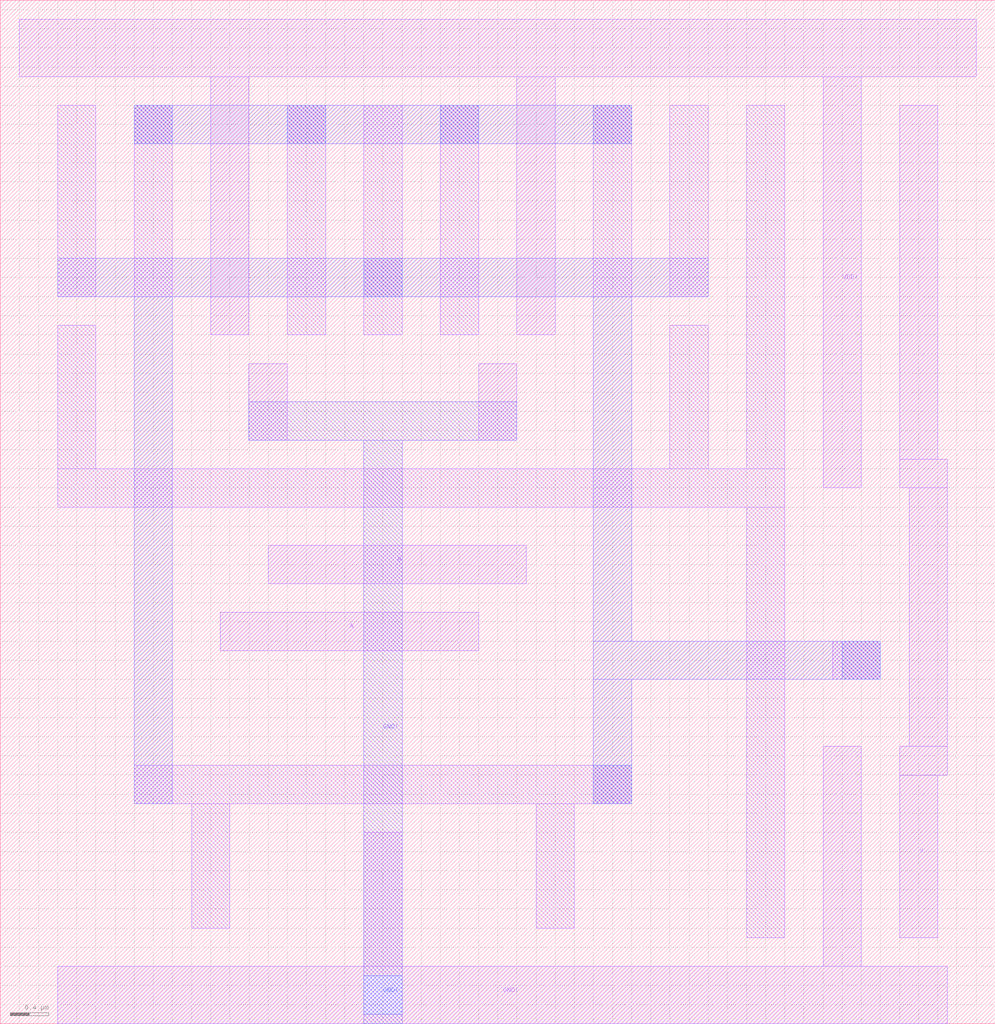
<source format=lef>
VERSION 5.7 ;
  NOWIREEXTENSIONATPIN ON ;
  DIVIDERCHAR "/" ;
  BUSBITCHARS "[]" ;
MACRO PNAND2X1
  CLASS BLOCK ;
  FOREIGN PNAND2X1 ;
  ORIGIN 0.000 0.000 ;
  SIZE 10.400 BY 10.700 ;
  PIN B
    DIRECTION INPUT ;
    USE SIGNAL ;
    ANTENNAGATEAREA 0.880000 ;
    PORT
      LAYER metal1 ;
        RECT 2.800 4.600 5.500 5.000 ;
    END
  END B
  PIN A
    DIRECTION INPUT ;
    USE SIGNAL ;
    ANTENNAGATEAREA 0.880000 ;
    PORT
      LAYER metal1 ;
        RECT 2.300 3.900 5.000 4.300 ;
    END
  END A
  PIN Y
    DIRECTION OUTPUT ;
    USE SIGNAL ;
    PORT
      LAYER metal1 ;
        RECT 9.400 5.900 9.800 9.600 ;
        RECT 9.400 5.600 9.900 5.900 ;
        RECT 9.500 2.900 9.900 5.600 ;
        RECT 9.400 2.600 9.900 2.900 ;
        RECT 9.400 0.900 9.800 2.600 ;
    END
  END Y
  PIN VDD!
    DIRECTION INOUT ;
    USE POWER ;
    PORT
      LAYER metal1 ;
        RECT 0.200 9.900 10.200 10.500 ;
        RECT 2.200 7.200 2.600 9.900 ;
        RECT 5.400 7.200 5.800 9.900 ;
        RECT 8.600 5.600 9.000 9.900 ;
    END
  END VDD!
  PIN GND!
    DIRECTION INOUT ;
    USE GROUND ;
    PORT
      LAYER metal1 ;
        RECT 2.600 6.100 3.000 6.900 ;
        RECT 5.000 6.100 5.400 6.900 ;
        RECT 3.800 0.600 4.200 2.000 ;
        RECT 8.600 0.600 9.000 2.900 ;
        RECT 0.600 0.000 9.900 0.600 ;
      LAYER via1 ;
        RECT 3.800 0.100 4.200 0.500 ;
      LAYER metal2 ;
        RECT 2.600 6.100 5.400 6.500 ;
        RECT 3.800 0.000 4.200 6.100 ;
    END
  END GND!
  OBS
      LAYER metal1 ;
        RECT 0.600 7.600 1.000 9.600 ;
        RECT 1.400 7.600 1.800 9.600 ;
        RECT 0.600 5.800 1.000 7.300 ;
        RECT 3.000 7.200 3.400 9.600 ;
        RECT 3.800 7.200 4.200 9.600 ;
        RECT 4.600 7.200 5.000 9.600 ;
        RECT 6.200 7.600 6.600 9.600 ;
        RECT 7.000 7.600 7.400 9.600 ;
        RECT 7.000 5.800 7.400 7.300 ;
        RECT 7.800 5.800 8.200 9.600 ;
        RECT 0.600 5.400 8.200 5.800 ;
        RECT 1.400 2.300 6.600 2.700 ;
        RECT 2.000 1.000 2.400 2.300 ;
        RECT 5.600 1.000 6.000 2.300 ;
        RECT 7.800 0.900 8.200 5.400 ;
        RECT 8.700 3.600 9.200 4.000 ;
      LAYER via1 ;
        RECT 1.400 9.200 1.800 9.600 ;
        RECT 3.000 9.200 3.400 9.600 ;
        RECT 3.800 7.600 4.200 8.000 ;
        RECT 4.600 9.200 5.000 9.600 ;
        RECT 6.200 9.200 6.600 9.600 ;
        RECT 6.200 2.300 6.600 2.700 ;
        RECT 8.800 3.600 9.200 4.000 ;
      LAYER metal2 ;
        RECT 1.400 9.200 6.600 9.600 ;
        RECT 0.600 7.600 7.400 8.000 ;
        RECT 1.400 2.300 1.800 7.600 ;
        RECT 6.200 4.000 6.600 7.600 ;
        RECT 6.200 3.600 9.200 4.000 ;
        RECT 6.200 2.300 6.600 3.600 ;
  END
END PNAND2X1
END LIBRARY


</source>
